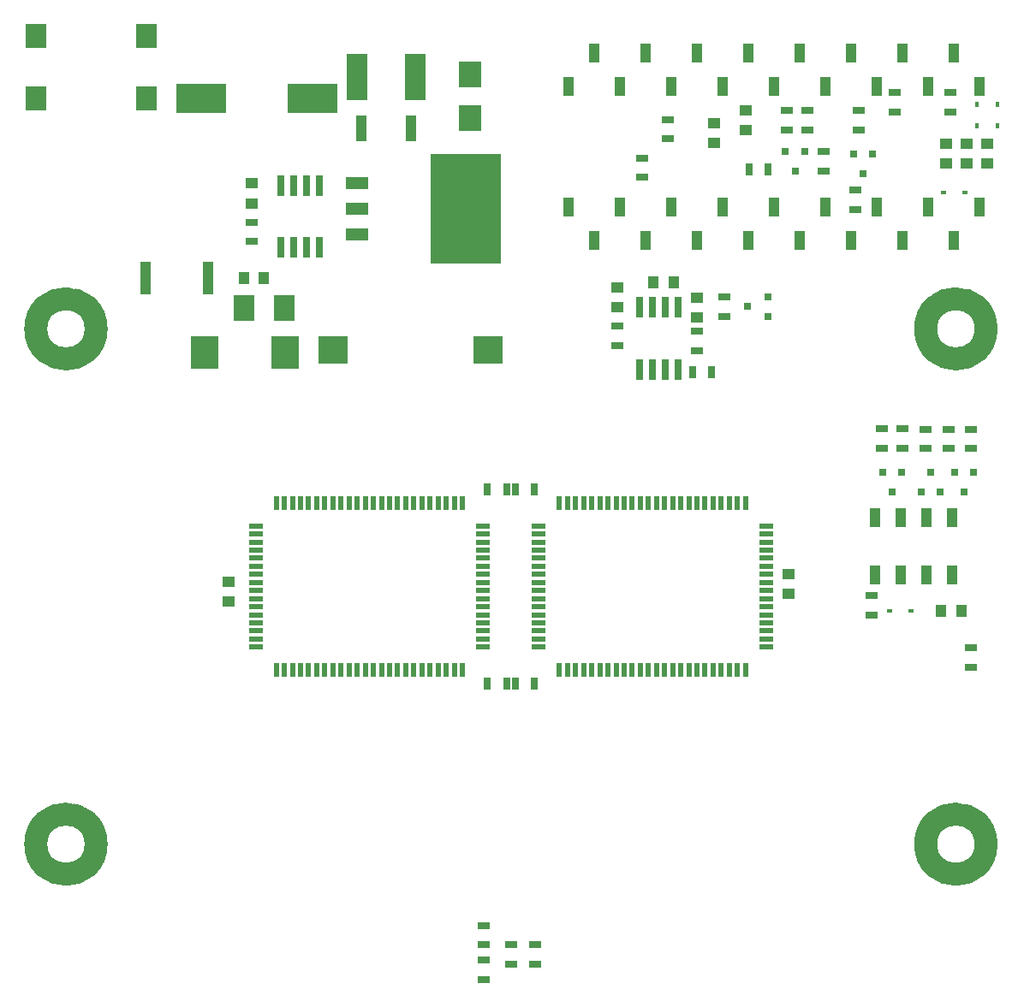
<source format=gbr>
G04 #@! TF.FileFunction,Paste,Bot*
%FSLAX46Y46*%
G04 Gerber Fmt 4.6, Leading zero omitted, Abs format (unit mm)*
G04 Created by KiCad (PCBNEW 4.1.0-alpha+201607190716+6983~46~ubuntu14.04.1-product) date Tue Aug 16 21:10:14 2016*
%MOMM*%
%LPD*%
G01*
G04 APERTURE LIST*
%ADD10C,0.100000*%
%ADD11C,2.250000*%
%ADD12R,0.660400X2.032000*%
%ADD13R,1.020000X1.900000*%
%ADD14R,1.000000X3.200000*%
%ADD15R,1.000000X2.500000*%
%ADD16R,2.920000X2.790000*%
%ADD17R,2.286000X1.143000*%
%ADD18R,6.997700X10.800080*%
%ADD19R,1.000000X1.250000*%
%ADD20R,1.250000X1.000000*%
%ADD21R,2.000000X2.500000*%
%ADD22R,1.300000X0.700000*%
%ADD23R,5.000000X3.000000*%
%ADD24R,2.700000X3.200000*%
%ADD25R,1.020000X1.850000*%
%ADD26R,2.000000X2.400000*%
%ADD27R,0.450000X0.590000*%
%ADD28R,0.590000X0.450000*%
%ADD29R,0.800100X0.800100*%
%ADD30R,0.700000X1.300000*%
%ADD31R,2.000000X4.600000*%
%ADD32R,2.300000X2.500000*%
%ADD33R,0.500000X1.480000*%
%ADD34R,1.480000X0.500000*%
G04 APERTURE END LIST*
D10*
D11*
X146982767Y-74000000D02*
G75*
G03X146982767Y-74000000I-2982767J0D01*
G01*
X58982767Y-74000000D02*
G75*
G03X58982767Y-74000000I-2982767J0D01*
G01*
X146982767Y-125000000D02*
G75*
G03X146982767Y-125000000I-2982767J0D01*
G01*
X58982767Y-125000000D02*
G75*
G03X58982767Y-125000000I-2982767J0D01*
G01*
D12*
X116507000Y-78030400D03*
X115237000Y-78030400D03*
X113967000Y-78030400D03*
X112697000Y-78030400D03*
X112697000Y-71883600D03*
X113967000Y-71883600D03*
X115237000Y-71883600D03*
X116507000Y-71883600D03*
D13*
X146320000Y-61970000D03*
X143780000Y-65270000D03*
X141240000Y-61970000D03*
X138700000Y-65270000D03*
X136160000Y-61970000D03*
X133620000Y-65270000D03*
X131080000Y-61970000D03*
X128540000Y-65270000D03*
X126000000Y-61970000D03*
X123460000Y-65270000D03*
X118380000Y-65270000D03*
X113300000Y-65270000D03*
X108220000Y-65270000D03*
X105680000Y-61970000D03*
X115840000Y-61970000D03*
X110760000Y-61970000D03*
X120920000Y-61970000D03*
X136160000Y-50030000D03*
X141240000Y-50030000D03*
X131080000Y-50030000D03*
X146320000Y-50030000D03*
X143780000Y-46730000D03*
X138700000Y-46730000D03*
X133620000Y-46730000D03*
X128540000Y-46730000D03*
X126000000Y-50030000D03*
X123460000Y-46730000D03*
X120920000Y-50030000D03*
X118380000Y-46730000D03*
X115840000Y-50030000D03*
X113300000Y-46730000D03*
X110760000Y-50030000D03*
X108220000Y-46730000D03*
X105680000Y-50030000D03*
D14*
X70074000Y-68994000D03*
X63874000Y-68994000D03*
D15*
X90125000Y-54135000D03*
X85225000Y-54135000D03*
D16*
X82409000Y-76092000D03*
X97779000Y-76092000D03*
D17*
X84760000Y-62122000D03*
D18*
X95555000Y-62122000D03*
D17*
X84760000Y-59582000D03*
X84760000Y-64662000D03*
D19*
X75594000Y-68994000D03*
X73594000Y-68994000D03*
D20*
X74340000Y-59612000D03*
X74340000Y-61612000D03*
D21*
X77610000Y-71915000D03*
X73610000Y-71915000D03*
D22*
X74340000Y-63472000D03*
X74340000Y-65372000D03*
D23*
X80354000Y-51200000D03*
X69354000Y-51200000D03*
D24*
X77655000Y-76360000D03*
X69755000Y-76360000D03*
D20*
X120104000Y-53618000D03*
X120104000Y-55618000D03*
X145082000Y-57669000D03*
X145082000Y-55669000D03*
X123238000Y-54367000D03*
X123238000Y-52367000D03*
X143050000Y-55669000D03*
X143050000Y-57669000D03*
D25*
X143610000Y-92706000D03*
X141070000Y-92706000D03*
X138530000Y-92706000D03*
X135990000Y-92706000D03*
X143610000Y-98356000D03*
X141070000Y-98356000D03*
X138530000Y-98356000D03*
X135990000Y-98356000D03*
D26*
X53000000Y-45000000D03*
X64000000Y-45000000D03*
X53000000Y-51200000D03*
X64000000Y-51200000D03*
D22*
X112954000Y-59024000D03*
X112954000Y-57124000D03*
X143472000Y-52520000D03*
X143472000Y-50620000D03*
D20*
X147114000Y-57669000D03*
X147114000Y-55669000D03*
D27*
X148130000Y-51804000D03*
X148130000Y-53914000D03*
D28*
X144867000Y-60479000D03*
X142757000Y-60479000D03*
D29*
X133886000Y-56665240D03*
X135786000Y-56665240D03*
X134836000Y-58664220D03*
X127155000Y-56411240D03*
X129055000Y-56411240D03*
X128105000Y-58410220D03*
D22*
X121082000Y-72764000D03*
X121082000Y-70864000D03*
X115494000Y-53314000D03*
X115494000Y-55214000D03*
D30*
X123558000Y-58193000D03*
X125458000Y-58193000D03*
D22*
X134074000Y-62172000D03*
X134074000Y-60272000D03*
X130899000Y-58362000D03*
X130899000Y-56462000D03*
X127302000Y-52417000D03*
X127302000Y-54317000D03*
X137970000Y-50639000D03*
X137970000Y-52539000D03*
X134414000Y-52417000D03*
X134414000Y-54317000D03*
D27*
X146098000Y-51804000D03*
X146098000Y-53914000D03*
D29*
X125384760Y-70864000D03*
X125384760Y-72764000D03*
X123385780Y-71814000D03*
D22*
X129334000Y-52417000D03*
X129334000Y-54317000D03*
D20*
X127432000Y-98246000D03*
X127432000Y-100246000D03*
X72060000Y-101008000D03*
X72060000Y-99008000D03*
D31*
X90575000Y-49055000D03*
X84775000Y-49055000D03*
D32*
X95930000Y-48810000D03*
X95930000Y-53110000D03*
D12*
X77267000Y-59810600D03*
X78537000Y-59810600D03*
X79807000Y-59810600D03*
X81077000Y-59810600D03*
X81077000Y-65957400D03*
X79807000Y-65957400D03*
X78537000Y-65957400D03*
X77267000Y-65957400D03*
D22*
X102410000Y-136867000D03*
X102410000Y-134967000D03*
X99997000Y-134967000D03*
X99997000Y-136867000D03*
X97330000Y-136491000D03*
X97330000Y-138391000D03*
X97330000Y-133062000D03*
X97330000Y-134962000D03*
D33*
X95200000Y-107740000D03*
X94400000Y-107740000D03*
X93600000Y-107740000D03*
X92800000Y-107740000D03*
X92000000Y-107740000D03*
X91200000Y-107740000D03*
X90400000Y-107740000D03*
X89600000Y-107740000D03*
X88800000Y-107740000D03*
X88000000Y-107740000D03*
X87200000Y-107740000D03*
X86400000Y-107740000D03*
X85600000Y-107740000D03*
X84800000Y-107740000D03*
X84000000Y-107740000D03*
X83200000Y-107740000D03*
X82400000Y-107740000D03*
X81600000Y-107740000D03*
X80800000Y-107740000D03*
X80000000Y-107740000D03*
X79200000Y-107740000D03*
X78400000Y-107740000D03*
X77600000Y-107740000D03*
X76800000Y-107740000D03*
D34*
X74760000Y-105500000D03*
X74760000Y-104700000D03*
X74760000Y-103900000D03*
X74760000Y-103100000D03*
X74760000Y-102300000D03*
X74760000Y-101500000D03*
X74760000Y-100700000D03*
X74760000Y-99900000D03*
X74760000Y-99100000D03*
X74760000Y-98300000D03*
X74760000Y-97500000D03*
X74760000Y-96700000D03*
X74760000Y-95900000D03*
X74760000Y-95100000D03*
X74760000Y-94300000D03*
X74760000Y-93500000D03*
D33*
X76800000Y-91260000D03*
X77600000Y-91260000D03*
X78400000Y-91260000D03*
X79200000Y-91260000D03*
X80000000Y-91260000D03*
X80800000Y-91260000D03*
X81600000Y-91260000D03*
X82400000Y-91260000D03*
X83200000Y-91260000D03*
X84000000Y-91260000D03*
X84800000Y-91260000D03*
X85600000Y-91260000D03*
X86400000Y-91260000D03*
X87200000Y-91260000D03*
X88000000Y-91260000D03*
X88800000Y-91260000D03*
X89600000Y-91260000D03*
X90400000Y-91260000D03*
X91200000Y-91260000D03*
X92000000Y-91260000D03*
X92800000Y-91260000D03*
X93600000Y-91260000D03*
X94400000Y-91260000D03*
X95200000Y-91260000D03*
D34*
X97240000Y-93500000D03*
X97240000Y-94300000D03*
X97240000Y-95100000D03*
X97240000Y-95900000D03*
X97240000Y-96700000D03*
X97240000Y-97500000D03*
X97240000Y-98300000D03*
X97240000Y-99100000D03*
X97240000Y-99900000D03*
X97240000Y-100700000D03*
X97240000Y-101500000D03*
X97240000Y-102300000D03*
X97240000Y-103100000D03*
X97240000Y-103900000D03*
X97240000Y-104700000D03*
X97240000Y-105500000D03*
D33*
X104800000Y-91260000D03*
X105600000Y-91260000D03*
X106400000Y-91260000D03*
X107200000Y-91260000D03*
X108000000Y-91260000D03*
X108800000Y-91260000D03*
X109600000Y-91260000D03*
X110400000Y-91260000D03*
X111200000Y-91260000D03*
X112000000Y-91260000D03*
X112800000Y-91260000D03*
X113600000Y-91260000D03*
X114400000Y-91260000D03*
X115200000Y-91260000D03*
X116000000Y-91260000D03*
X116800000Y-91260000D03*
X117600000Y-91260000D03*
X118400000Y-91260000D03*
X119200000Y-91260000D03*
X120000000Y-91260000D03*
X120800000Y-91260000D03*
X121600000Y-91260000D03*
X122400000Y-91260000D03*
X123200000Y-91260000D03*
D34*
X125240000Y-93500000D03*
X125240000Y-94300000D03*
X125240000Y-95100000D03*
X125240000Y-95900000D03*
X125240000Y-96700000D03*
X125240000Y-97500000D03*
X125240000Y-98300000D03*
X125240000Y-99100000D03*
X125240000Y-99900000D03*
X125240000Y-100700000D03*
X125240000Y-101500000D03*
X125240000Y-102300000D03*
X125240000Y-103100000D03*
X125240000Y-103900000D03*
X125240000Y-104700000D03*
X125240000Y-105500000D03*
D33*
X123200000Y-107740000D03*
X122400000Y-107740000D03*
X121600000Y-107740000D03*
X120800000Y-107740000D03*
X120000000Y-107740000D03*
X119200000Y-107740000D03*
X118400000Y-107740000D03*
X117600000Y-107740000D03*
X116800000Y-107740000D03*
X116000000Y-107740000D03*
X115200000Y-107740000D03*
X114400000Y-107740000D03*
X113600000Y-107740000D03*
X112800000Y-107740000D03*
X112000000Y-107740000D03*
X111200000Y-107740000D03*
X110400000Y-107740000D03*
X109600000Y-107740000D03*
X108800000Y-107740000D03*
X108000000Y-107740000D03*
X107200000Y-107740000D03*
X106400000Y-107740000D03*
X105600000Y-107740000D03*
X104800000Y-107740000D03*
D34*
X102760000Y-105500000D03*
X102760000Y-104700000D03*
X102760000Y-103900000D03*
X102760000Y-103100000D03*
X102760000Y-102300000D03*
X102760000Y-101500000D03*
X102760000Y-100700000D03*
X102760000Y-99900000D03*
X102760000Y-99100000D03*
X102760000Y-98300000D03*
X102760000Y-97500000D03*
X102760000Y-96700000D03*
X102760000Y-95900000D03*
X102760000Y-95100000D03*
X102760000Y-94300000D03*
X102760000Y-93500000D03*
D19*
X142558000Y-101881000D03*
X144558000Y-101881000D03*
D28*
X139533000Y-101881000D03*
X137423000Y-101881000D03*
D29*
X142476000Y-90181760D03*
X140576000Y-90181760D03*
X141526000Y-88182780D03*
X143878000Y-88180240D03*
X145778000Y-88180240D03*
X144828000Y-90179220D03*
X136766000Y-88180240D03*
X138666000Y-88180240D03*
X137716000Y-90179220D03*
D22*
X141000000Y-85825000D03*
X141000000Y-83925000D03*
X135684000Y-100423000D03*
X135684000Y-102323000D03*
X143250000Y-83925000D03*
X143250000Y-85825000D03*
X145450000Y-105575000D03*
X145450000Y-107475000D03*
X136700000Y-83913000D03*
X136700000Y-85813000D03*
X138732000Y-85813000D03*
X138732000Y-83913000D03*
X145500000Y-85825000D03*
X145500000Y-83925000D03*
D20*
X118412000Y-70909000D03*
X118412000Y-72909000D03*
D19*
X114110000Y-69369000D03*
X116110000Y-69369000D03*
D20*
X110538000Y-71893000D03*
X110538000Y-69893000D03*
D30*
X119870000Y-78259000D03*
X117970000Y-78259000D03*
D22*
X118412000Y-76161000D03*
X118412000Y-74261000D03*
X110538000Y-75653000D03*
X110538000Y-73753000D03*
D30*
X100420000Y-109104000D03*
X102320000Y-109104000D03*
X97670000Y-89854000D03*
X99570000Y-89854000D03*
X100420000Y-89854000D03*
X102320000Y-89854000D03*
X99570000Y-109104000D03*
X97670000Y-109104000D03*
M02*

</source>
